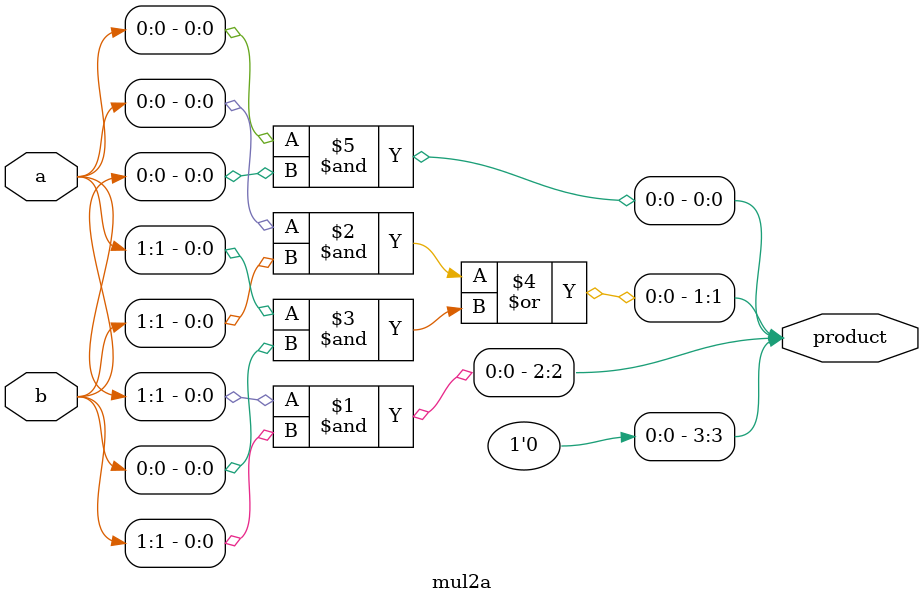
<source format=v>
module mul2a (
    input wire [1:0] a,           // 2-bit input a
    input wire [1:0] b,           // 2-bit input b
    output wire [3:0] product     // 4-bit output product
);

    assign product[3] = 0;                      // c3 is set to 0
    assign product[2] = a[1] & b[1];            // c2
    assign product[1] = (a[0] & b[1]) | (a[1] & b[0]); // c1
    assign product[0] = a[0] & b[0];            // c0

endmodule
</source>
